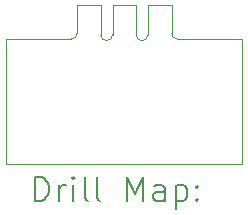
<source format=gbr>
%TF.GenerationSoftware,KiCad,Pcbnew,7.0.2-6a45011f42~172~ubuntu22.04.1*%
%TF.CreationDate,2023-05-29T23:15:50+12:00*%
%TF.ProjectId,THE_BRAWN-20A_LOGIC,5448455f-4252-4415-974e-2d3230415f4c,v2.0*%
%TF.SameCoordinates,Original*%
%TF.FileFunction,Drillmap*%
%TF.FilePolarity,Positive*%
%FSLAX45Y45*%
G04 Gerber Fmt 4.5, Leading zero omitted, Abs format (unit mm)*
G04 Created by KiCad (PCBNEW 7.0.2-6a45011f42~172~ubuntu22.04.1) date 2023-05-29 23:15:50*
%MOMM*%
%LPD*%
G01*
G04 APERTURE LIST*
%ADD10C,0.050000*%
%ADD11C,0.200000*%
G04 APERTURE END LIST*
D10*
X14650000Y-15120000D02*
X14450000Y-15120000D01*
X14350000Y-15370000D02*
X14350000Y-15120000D01*
X14950000Y-15120000D02*
X14950000Y-15355000D01*
X14150000Y-15120000D02*
X14150000Y-15355000D01*
X15550000Y-15405000D02*
X15550000Y-16460000D01*
X14950000Y-15355000D02*
G75*
G03*
X15000000Y-15405000I50000J0D01*
G01*
X14750000Y-15120000D02*
X14950000Y-15120000D01*
X13550000Y-15405000D02*
X13550000Y-16460000D01*
X14450000Y-15120000D02*
X14450000Y-15370000D01*
X14350000Y-15120000D02*
X14150000Y-15120000D01*
X14100000Y-15405000D02*
G75*
G03*
X14150000Y-15355000I0J50000D01*
G01*
X14700000Y-15420000D02*
G75*
G03*
X14750000Y-15370000I0J50000D01*
G01*
X14650000Y-15370000D02*
G75*
G03*
X14700000Y-15420000I50000J0D01*
G01*
X14750000Y-15120000D02*
X14750000Y-15370000D01*
X15550000Y-16460000D02*
X13550000Y-16460000D01*
X13550000Y-15405000D02*
X14100000Y-15405000D01*
X15000000Y-15405000D02*
X15550000Y-15405000D01*
X14400000Y-15420000D02*
G75*
G03*
X14450000Y-15370000I0J50000D01*
G01*
X14350000Y-15370000D02*
G75*
G03*
X14400000Y-15420000I50000J0D01*
G01*
X14650000Y-15370000D02*
X14650000Y-15120000D01*
D11*
X13795119Y-16775024D02*
X13795119Y-16575024D01*
X13795119Y-16575024D02*
X13842738Y-16575024D01*
X13842738Y-16575024D02*
X13871309Y-16584548D01*
X13871309Y-16584548D02*
X13890357Y-16603595D01*
X13890357Y-16603595D02*
X13899881Y-16622643D01*
X13899881Y-16622643D02*
X13909405Y-16660738D01*
X13909405Y-16660738D02*
X13909405Y-16689309D01*
X13909405Y-16689309D02*
X13899881Y-16727405D01*
X13899881Y-16727405D02*
X13890357Y-16746452D01*
X13890357Y-16746452D02*
X13871309Y-16765500D01*
X13871309Y-16765500D02*
X13842738Y-16775024D01*
X13842738Y-16775024D02*
X13795119Y-16775024D01*
X13995119Y-16775024D02*
X13995119Y-16641690D01*
X13995119Y-16679786D02*
X14004643Y-16660738D01*
X14004643Y-16660738D02*
X14014167Y-16651214D01*
X14014167Y-16651214D02*
X14033214Y-16641690D01*
X14033214Y-16641690D02*
X14052262Y-16641690D01*
X14118928Y-16775024D02*
X14118928Y-16641690D01*
X14118928Y-16575024D02*
X14109405Y-16584548D01*
X14109405Y-16584548D02*
X14118928Y-16594071D01*
X14118928Y-16594071D02*
X14128452Y-16584548D01*
X14128452Y-16584548D02*
X14118928Y-16575024D01*
X14118928Y-16575024D02*
X14118928Y-16594071D01*
X14242738Y-16775024D02*
X14223690Y-16765500D01*
X14223690Y-16765500D02*
X14214167Y-16746452D01*
X14214167Y-16746452D02*
X14214167Y-16575024D01*
X14347500Y-16775024D02*
X14328452Y-16765500D01*
X14328452Y-16765500D02*
X14318928Y-16746452D01*
X14318928Y-16746452D02*
X14318928Y-16575024D01*
X14576071Y-16775024D02*
X14576071Y-16575024D01*
X14576071Y-16575024D02*
X14642738Y-16717881D01*
X14642738Y-16717881D02*
X14709405Y-16575024D01*
X14709405Y-16575024D02*
X14709405Y-16775024D01*
X14890357Y-16775024D02*
X14890357Y-16670262D01*
X14890357Y-16670262D02*
X14880833Y-16651214D01*
X14880833Y-16651214D02*
X14861786Y-16641690D01*
X14861786Y-16641690D02*
X14823690Y-16641690D01*
X14823690Y-16641690D02*
X14804643Y-16651214D01*
X14890357Y-16765500D02*
X14871309Y-16775024D01*
X14871309Y-16775024D02*
X14823690Y-16775024D01*
X14823690Y-16775024D02*
X14804643Y-16765500D01*
X14804643Y-16765500D02*
X14795119Y-16746452D01*
X14795119Y-16746452D02*
X14795119Y-16727405D01*
X14795119Y-16727405D02*
X14804643Y-16708357D01*
X14804643Y-16708357D02*
X14823690Y-16698833D01*
X14823690Y-16698833D02*
X14871309Y-16698833D01*
X14871309Y-16698833D02*
X14890357Y-16689309D01*
X14985595Y-16641690D02*
X14985595Y-16841690D01*
X14985595Y-16651214D02*
X15004643Y-16641690D01*
X15004643Y-16641690D02*
X15042738Y-16641690D01*
X15042738Y-16641690D02*
X15061786Y-16651214D01*
X15061786Y-16651214D02*
X15071309Y-16660738D01*
X15071309Y-16660738D02*
X15080833Y-16679786D01*
X15080833Y-16679786D02*
X15080833Y-16736928D01*
X15080833Y-16736928D02*
X15071309Y-16755976D01*
X15071309Y-16755976D02*
X15061786Y-16765500D01*
X15061786Y-16765500D02*
X15042738Y-16775024D01*
X15042738Y-16775024D02*
X15004643Y-16775024D01*
X15004643Y-16775024D02*
X14985595Y-16765500D01*
X15166548Y-16755976D02*
X15176071Y-16765500D01*
X15176071Y-16765500D02*
X15166548Y-16775024D01*
X15166548Y-16775024D02*
X15157024Y-16765500D01*
X15157024Y-16765500D02*
X15166548Y-16755976D01*
X15166548Y-16755976D02*
X15166548Y-16775024D01*
X15166548Y-16651214D02*
X15176071Y-16660738D01*
X15176071Y-16660738D02*
X15166548Y-16670262D01*
X15166548Y-16670262D02*
X15157024Y-16660738D01*
X15157024Y-16660738D02*
X15166548Y-16651214D01*
X15166548Y-16651214D02*
X15166548Y-16670262D01*
M02*

</source>
